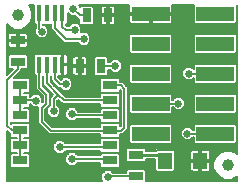
<source format=gtl>
G75*
%MOIN*%
%OFA0B0*%
%FSLAX25Y25*%
%IPPOS*%
%LPD*%
%AMOC8*
5,1,8,0,0,1.08239X$1,22.5*
%
%ADD10R,0.03150X0.04724*%
%ADD11R,0.05000X0.02992*%
%ADD12R,0.12500X0.05000*%
%ADD13R,0.04724X0.05512*%
%ADD14R,0.04724X0.03150*%
%ADD15C,0.03937*%
%ADD16R,0.01700X0.05600*%
%ADD17C,0.02600*%
%ADD18C,0.00600*%
%ADD19C,0.01000*%
D10*
X0027657Y0042050D03*
X0034743Y0042050D03*
X0037043Y0058950D03*
X0029957Y0058950D03*
D11*
X0037763Y0035619D03*
X0037763Y0030619D03*
X0037763Y0025619D03*
X0037763Y0020619D03*
X0037763Y0015619D03*
X0037763Y0010619D03*
X0007763Y0010619D03*
X0007763Y0015619D03*
X0007763Y0020619D03*
X0007763Y0025619D03*
X0007763Y0030619D03*
X0007763Y0035619D03*
D12*
X0051300Y0039450D03*
X0051300Y0029450D03*
X0051300Y0019450D03*
X0072800Y0019450D03*
X0072800Y0029450D03*
X0072800Y0039450D03*
X0072800Y0049450D03*
X0072800Y0059450D03*
X0051300Y0059450D03*
X0051300Y0049450D03*
D13*
X0055994Y0010450D03*
X0067806Y0010450D03*
D14*
X0046400Y0012393D03*
X0046400Y0005307D03*
X0007000Y0043507D03*
X0007000Y0050593D03*
D15*
X0007000Y0059050D03*
X0077000Y0009050D03*
D16*
X0021839Y0042500D03*
X0019280Y0042500D03*
X0016720Y0042500D03*
X0014161Y0042500D03*
X0014161Y0059600D03*
X0016720Y0059600D03*
X0019280Y0059600D03*
X0021839Y0059600D03*
D17*
X0025500Y0061050D03*
X0026000Y0054050D03*
X0029000Y0051050D03*
X0039500Y0042050D03*
X0023000Y0036050D03*
X0013000Y0030550D03*
X0019000Y0027050D03*
X0025000Y0026050D03*
X0021000Y0015050D03*
X0025000Y0011050D03*
X0037000Y0005050D03*
X0063500Y0019550D03*
X0060500Y0029550D03*
X0064000Y0039550D03*
X0015000Y0053550D03*
D18*
X0003300Y0020553D02*
X0003300Y0003850D01*
X0035089Y0003850D01*
X0034800Y0004139D01*
X0034800Y0005961D01*
X0036089Y0007250D01*
X0037911Y0007250D01*
X0038655Y0006507D01*
X0043138Y0006507D01*
X0043138Y0007254D01*
X0043665Y0007781D01*
X0049135Y0007781D01*
X0049662Y0007254D01*
X0049662Y0003850D01*
X0080200Y0003850D01*
X0080200Y0005409D01*
X0079740Y0004949D01*
X0077962Y0004213D01*
X0076038Y0004213D01*
X0074260Y0004949D01*
X0072899Y0006310D01*
X0072163Y0008088D01*
X0072163Y0010012D01*
X0072899Y0011790D01*
X0074260Y0013151D01*
X0076038Y0013887D01*
X0077962Y0013887D01*
X0079740Y0013151D01*
X0080200Y0012691D01*
X0080200Y0062250D01*
X0079950Y0062250D01*
X0079950Y0056577D01*
X0079423Y0056050D01*
X0066177Y0056050D01*
X0065650Y0056577D01*
X0065650Y0062250D01*
X0058400Y0062250D01*
X0058450Y0062129D01*
X0058450Y0059750D01*
X0051600Y0059750D01*
X0051600Y0059150D01*
X0058450Y0059150D01*
X0058450Y0056771D01*
X0058313Y0056440D01*
X0058060Y0056187D01*
X0057729Y0056050D01*
X0051600Y0056050D01*
X0051600Y0059150D01*
X0051000Y0059150D01*
X0051000Y0056050D01*
X0044871Y0056050D01*
X0044540Y0056187D01*
X0044287Y0056440D01*
X0044150Y0056771D01*
X0044150Y0059150D01*
X0051000Y0059150D01*
X0051000Y0059750D01*
X0044150Y0059750D01*
X0044150Y0062129D01*
X0044200Y0062250D01*
X0027411Y0062250D01*
X0027700Y0061961D01*
X0027700Y0061903D01*
X0028009Y0062212D01*
X0031904Y0062212D01*
X0032431Y0061685D01*
X0032431Y0056215D01*
X0031904Y0055688D01*
X0028009Y0055688D01*
X0027482Y0056215D01*
X0027482Y0057750D01*
X0027103Y0057750D01*
X0026003Y0058850D01*
X0024589Y0058850D01*
X0023589Y0059850D01*
X0023589Y0056427D01*
X0023061Y0055900D01*
X0023039Y0055900D01*
X0023039Y0055708D01*
X0023497Y0055250D01*
X0024089Y0055250D01*
X0025089Y0056250D01*
X0026911Y0056250D01*
X0028200Y0054961D01*
X0028200Y0053250D01*
X0029911Y0053250D01*
X0031200Y0051961D01*
X0031200Y0050139D01*
X0029911Y0048850D01*
X0028089Y0048850D01*
X0027089Y0049850D01*
X0022503Y0049850D01*
X0021800Y0050553D01*
X0018080Y0054273D01*
X0018080Y0055900D01*
X0018057Y0055900D01*
X0018000Y0055957D01*
X0017943Y0055900D01*
X0015498Y0055900D01*
X0015441Y0055957D01*
X0015384Y0055900D01*
X0015361Y0055900D01*
X0015361Y0055750D01*
X0015911Y0055750D01*
X0017200Y0054461D01*
X0017200Y0052639D01*
X0015911Y0051350D01*
X0014089Y0051350D01*
X0012800Y0052639D01*
X0012800Y0054461D01*
X0012961Y0054623D01*
X0012961Y0055900D01*
X0012939Y0055900D01*
X0012411Y0056427D01*
X0012411Y0062250D01*
X0010641Y0062250D01*
X0011101Y0061790D01*
X0011837Y0060012D01*
X0011837Y0058088D01*
X0011101Y0056310D01*
X0009740Y0054949D01*
X0007962Y0054213D01*
X0006038Y0054213D01*
X0004260Y0054949D01*
X0003300Y0055909D01*
X0003300Y0039047D01*
X0005285Y0041032D01*
X0004265Y0041032D01*
X0003738Y0041559D01*
X0003738Y0045454D01*
X0004265Y0045981D01*
X0009735Y0045981D01*
X0010262Y0045454D01*
X0010262Y0041559D01*
X0009735Y0041032D01*
X0008200Y0041032D01*
X0008200Y0040553D01*
X0005662Y0038015D01*
X0010636Y0038015D01*
X0011163Y0037487D01*
X0011163Y0033750D01*
X0010636Y0033222D01*
X0008963Y0033222D01*
X0008963Y0033015D01*
X0010636Y0033015D01*
X0011163Y0032487D01*
X0011163Y0031824D01*
X0012089Y0032750D01*
X0013911Y0032750D01*
X0015200Y0031461D01*
X0015200Y0029947D01*
X0015300Y0030047D01*
X0015300Y0032053D01*
X0012961Y0034392D01*
X0012961Y0038800D01*
X0012939Y0038800D01*
X0012411Y0039327D01*
X0012411Y0045673D01*
X0012939Y0046200D01*
X0015384Y0046200D01*
X0015441Y0046143D01*
X0015498Y0046200D01*
X0017943Y0046200D01*
X0018000Y0046143D01*
X0018057Y0046200D01*
X0020502Y0046200D01*
X0020592Y0046110D01*
X0020810Y0046200D01*
X0021714Y0046200D01*
X0021714Y0042625D01*
X0021964Y0042625D01*
X0023589Y0042625D01*
X0023589Y0045479D01*
X0023452Y0045810D01*
X0023198Y0046063D01*
X0022868Y0046200D01*
X0021964Y0046200D01*
X0021964Y0042625D01*
X0021964Y0042375D01*
X0023589Y0042375D01*
X0023589Y0039521D01*
X0023452Y0039190D01*
X0023198Y0038937D01*
X0022868Y0038800D01*
X0021964Y0038800D01*
X0021964Y0042375D01*
X0021714Y0042375D01*
X0021714Y0038800D01*
X0020810Y0038800D01*
X0020592Y0038890D01*
X0020502Y0038800D01*
X0020479Y0038800D01*
X0020479Y0038268D01*
X0021293Y0037454D01*
X0022089Y0038250D01*
X0023911Y0038250D01*
X0025200Y0036961D01*
X0025200Y0035139D01*
X0023911Y0033850D01*
X0022089Y0033850D01*
X0021089Y0034850D01*
X0020503Y0034850D01*
X0018782Y0036570D01*
X0018080Y0037273D01*
X0018080Y0038800D01*
X0018057Y0038800D01*
X0018000Y0038857D01*
X0017943Y0038800D01*
X0017920Y0038800D01*
X0017920Y0036827D01*
X0020997Y0033750D01*
X0021700Y0033047D01*
X0022929Y0031818D01*
X0034363Y0031818D01*
X0034363Y0032487D01*
X0034890Y0033015D01*
X0040636Y0033015D01*
X0041163Y0032487D01*
X0041163Y0028750D01*
X0040636Y0028222D01*
X0034890Y0028222D01*
X0034363Y0028750D01*
X0034363Y0029419D01*
X0021934Y0029419D01*
X0020500Y0030853D01*
X0020200Y0030553D01*
X0020200Y0028961D01*
X0021200Y0027961D01*
X0021200Y0026139D01*
X0019911Y0024850D01*
X0018089Y0024850D01*
X0016800Y0026139D01*
X0016800Y0027961D01*
X0017800Y0028961D01*
X0017800Y0031547D01*
X0018803Y0032550D01*
X0016223Y0035130D01*
X0015520Y0035832D01*
X0015520Y0038800D01*
X0015498Y0038800D01*
X0015441Y0038857D01*
X0015384Y0038800D01*
X0015361Y0038800D01*
X0015361Y0035386D01*
X0016997Y0033750D01*
X0017700Y0033047D01*
X0017700Y0029053D01*
X0016200Y0027553D01*
X0016200Y0024047D01*
X0018497Y0021750D01*
X0034363Y0021750D01*
X0034363Y0022487D01*
X0034890Y0023015D01*
X0040636Y0023015D01*
X0041163Y0022487D01*
X0041163Y0021910D01*
X0041300Y0022047D01*
X0041300Y0034053D01*
X0041163Y0034190D01*
X0041163Y0033750D01*
X0040636Y0033222D01*
X0034890Y0033222D01*
X0034363Y0033750D01*
X0034363Y0037487D01*
X0034890Y0038015D01*
X0040636Y0038015D01*
X0041163Y0037487D01*
X0041163Y0036818D01*
X0041929Y0036818D01*
X0042997Y0035750D01*
X0043700Y0035047D01*
X0043700Y0021053D01*
X0042700Y0020053D01*
X0041997Y0019350D01*
X0041163Y0019350D01*
X0041163Y0018750D01*
X0040636Y0018222D01*
X0034890Y0018222D01*
X0034363Y0018750D01*
X0034363Y0019350D01*
X0017503Y0019350D01*
X0016800Y0020053D01*
X0013800Y0023053D01*
X0013800Y0028350D01*
X0012089Y0028350D01*
X0011163Y0029276D01*
X0011163Y0028750D01*
X0010636Y0028222D01*
X0008963Y0028222D01*
X0008963Y0028015D01*
X0010636Y0028015D01*
X0011163Y0027487D01*
X0011163Y0023750D01*
X0010636Y0023222D01*
X0004890Y0023222D01*
X0004700Y0023413D01*
X0004700Y0022824D01*
X0004890Y0023015D01*
X0010636Y0023015D01*
X0011163Y0022487D01*
X0011163Y0018750D01*
X0010636Y0018222D01*
X0008963Y0018222D01*
X0008963Y0018015D01*
X0010636Y0018015D01*
X0011163Y0017487D01*
X0011163Y0013750D01*
X0010636Y0013222D01*
X0008963Y0013222D01*
X0008963Y0013015D01*
X0010636Y0013015D01*
X0011163Y0012487D01*
X0011163Y0008750D01*
X0010636Y0008222D01*
X0004890Y0008222D01*
X0004363Y0008750D01*
X0004363Y0012487D01*
X0004890Y0013015D01*
X0006563Y0013015D01*
X0006563Y0013222D01*
X0004890Y0013222D01*
X0004363Y0013750D01*
X0004363Y0017487D01*
X0004890Y0018015D01*
X0006563Y0018015D01*
X0006563Y0018222D01*
X0004890Y0018222D01*
X0004363Y0018750D01*
X0004363Y0019490D01*
X0003300Y0020553D01*
X0003300Y0020005D02*
X0003848Y0020005D01*
X0004363Y0019407D02*
X0003300Y0019407D01*
X0003300Y0018808D02*
X0004363Y0018808D01*
X0003300Y0018210D02*
X0006563Y0018210D01*
X0004487Y0017611D02*
X0003300Y0017611D01*
X0003300Y0017013D02*
X0004363Y0017013D01*
X0004363Y0016414D02*
X0003300Y0016414D01*
X0003300Y0015816D02*
X0004363Y0015816D01*
X0004363Y0015217D02*
X0003300Y0015217D01*
X0003300Y0014619D02*
X0004363Y0014619D01*
X0004363Y0014020D02*
X0003300Y0014020D01*
X0003300Y0013422D02*
X0004691Y0013422D01*
X0004699Y0012823D02*
X0003300Y0012823D01*
X0003300Y0012225D02*
X0004363Y0012225D01*
X0004363Y0011626D02*
X0003300Y0011626D01*
X0003300Y0011028D02*
X0004363Y0011028D01*
X0004363Y0010429D02*
X0003300Y0010429D01*
X0003300Y0009831D02*
X0004363Y0009831D01*
X0004363Y0009232D02*
X0003300Y0009232D01*
X0003300Y0008634D02*
X0004479Y0008634D01*
X0003300Y0008035D02*
X0052732Y0008035D01*
X0052732Y0007437D02*
X0049480Y0007437D01*
X0049662Y0006838D02*
X0053215Y0006838D01*
X0053259Y0006794D02*
X0058729Y0006794D01*
X0059257Y0007321D01*
X0059257Y0013579D01*
X0058729Y0014106D01*
X0053259Y0014106D01*
X0052947Y0013793D01*
X0049662Y0013793D01*
X0049662Y0014341D01*
X0049135Y0014868D01*
X0043665Y0014868D01*
X0043138Y0014341D01*
X0043138Y0010446D01*
X0043665Y0009919D01*
X0049135Y0009919D01*
X0049662Y0010446D01*
X0049662Y0010993D01*
X0052732Y0010993D01*
X0052732Y0007321D01*
X0053259Y0006794D01*
X0052732Y0008634D02*
X0041047Y0008634D01*
X0041163Y0008750D02*
X0041163Y0012487D01*
X0040636Y0013015D01*
X0034890Y0013015D01*
X0034363Y0012487D01*
X0034363Y0012250D01*
X0026911Y0012250D01*
X0025911Y0013250D01*
X0024089Y0013250D01*
X0022800Y0011961D01*
X0022800Y0010139D01*
X0024089Y0008850D01*
X0025911Y0008850D01*
X0026911Y0009850D01*
X0034363Y0009850D01*
X0034363Y0008750D01*
X0034890Y0008222D01*
X0040636Y0008222D01*
X0041163Y0008750D01*
X0041163Y0009232D02*
X0052732Y0009232D01*
X0052732Y0009831D02*
X0041163Y0009831D01*
X0041163Y0010429D02*
X0043154Y0010429D01*
X0043138Y0011028D02*
X0041163Y0011028D01*
X0041163Y0011626D02*
X0043138Y0011626D01*
X0043138Y0012225D02*
X0041163Y0012225D01*
X0040827Y0012823D02*
X0043138Y0012823D01*
X0043138Y0013422D02*
X0040835Y0013422D01*
X0040636Y0013222D02*
X0041163Y0013750D01*
X0041163Y0017487D01*
X0040636Y0018015D01*
X0034890Y0018015D01*
X0034363Y0017487D01*
X0034363Y0016250D01*
X0022911Y0016250D01*
X0021911Y0017250D01*
X0020089Y0017250D01*
X0018800Y0015961D01*
X0018800Y0014139D01*
X0020089Y0012850D01*
X0021911Y0012850D01*
X0022911Y0013850D01*
X0034363Y0013850D01*
X0034363Y0013750D01*
X0034890Y0013222D01*
X0040636Y0013222D01*
X0041163Y0014020D02*
X0043138Y0014020D01*
X0043416Y0014619D02*
X0041163Y0014619D01*
X0041163Y0015217D02*
X0080200Y0015217D01*
X0080200Y0014619D02*
X0049384Y0014619D01*
X0049662Y0014020D02*
X0053174Y0014020D01*
X0052732Y0010429D02*
X0049646Y0010429D01*
X0049662Y0006240D02*
X0072970Y0006240D01*
X0072681Y0006838D02*
X0070453Y0006838D01*
X0070347Y0006794D02*
X0070678Y0006931D01*
X0070931Y0007184D01*
X0071068Y0007515D01*
X0071068Y0010150D01*
X0068106Y0010150D01*
X0068106Y0010750D01*
X0071068Y0010750D01*
X0071068Y0013385D01*
X0070931Y0013716D01*
X0070678Y0013969D01*
X0070347Y0014106D01*
X0068105Y0014106D01*
X0068105Y0010750D01*
X0067506Y0010750D01*
X0067506Y0014106D01*
X0065264Y0014106D01*
X0064933Y0013969D01*
X0064680Y0013716D01*
X0064543Y0013385D01*
X0064543Y0010750D01*
X0067505Y0010750D01*
X0067505Y0010150D01*
X0064543Y0010150D01*
X0064543Y0007515D01*
X0064680Y0007184D01*
X0064933Y0006931D01*
X0065264Y0006794D01*
X0067506Y0006794D01*
X0067506Y0010150D01*
X0068105Y0010150D01*
X0068105Y0006794D01*
X0070347Y0006794D01*
X0071035Y0007437D02*
X0072433Y0007437D01*
X0072185Y0008035D02*
X0071068Y0008035D01*
X0071068Y0008634D02*
X0072163Y0008634D01*
X0072163Y0009232D02*
X0071068Y0009232D01*
X0071068Y0009831D02*
X0072163Y0009831D01*
X0072336Y0010429D02*
X0068106Y0010429D01*
X0068105Y0009831D02*
X0067506Y0009831D01*
X0067505Y0010429D02*
X0059257Y0010429D01*
X0059257Y0009831D02*
X0064543Y0009831D01*
X0064543Y0009232D02*
X0059257Y0009232D01*
X0059257Y0008634D02*
X0064543Y0008634D01*
X0064543Y0008035D02*
X0059257Y0008035D01*
X0059257Y0007437D02*
X0064576Y0007437D01*
X0065158Y0006838D02*
X0058773Y0006838D01*
X0059257Y0011028D02*
X0064543Y0011028D01*
X0064543Y0011626D02*
X0059257Y0011626D01*
X0059257Y0012225D02*
X0064543Y0012225D01*
X0064543Y0012823D02*
X0059257Y0012823D01*
X0059257Y0013422D02*
X0064559Y0013422D01*
X0065057Y0014020D02*
X0058815Y0014020D01*
X0057923Y0016050D02*
X0058450Y0016577D01*
X0058450Y0022323D01*
X0057923Y0022850D01*
X0044677Y0022850D01*
X0044150Y0022323D01*
X0044150Y0016577D01*
X0044677Y0016050D01*
X0057923Y0016050D01*
X0058287Y0016414D02*
X0065813Y0016414D01*
X0065650Y0016577D02*
X0066177Y0016050D01*
X0079423Y0016050D01*
X0079950Y0016577D01*
X0079950Y0022323D01*
X0079423Y0022850D01*
X0066177Y0022850D01*
X0065650Y0022323D01*
X0065650Y0020750D01*
X0065411Y0020750D01*
X0064411Y0021750D01*
X0062589Y0021750D01*
X0061300Y0020461D01*
X0061300Y0018639D01*
X0062589Y0017350D01*
X0064411Y0017350D01*
X0065411Y0018350D01*
X0065650Y0018350D01*
X0065650Y0016577D01*
X0065650Y0017013D02*
X0058450Y0017013D01*
X0058450Y0017611D02*
X0062327Y0017611D01*
X0061729Y0018210D02*
X0058450Y0018210D01*
X0058450Y0018808D02*
X0061300Y0018808D01*
X0061300Y0019407D02*
X0058450Y0019407D01*
X0058450Y0020005D02*
X0061300Y0020005D01*
X0061443Y0020604D02*
X0058450Y0020604D01*
X0058450Y0021202D02*
X0062041Y0021202D01*
X0063500Y0019550D02*
X0072700Y0019550D01*
X0072800Y0019450D01*
X0065727Y0022399D02*
X0058373Y0022399D01*
X0058450Y0021801D02*
X0065650Y0021801D01*
X0065650Y0021202D02*
X0064959Y0021202D01*
X0065271Y0018210D02*
X0065650Y0018210D01*
X0065650Y0017611D02*
X0064673Y0017611D01*
X0067506Y0014020D02*
X0068105Y0014020D01*
X0068105Y0013422D02*
X0067506Y0013422D01*
X0067506Y0012823D02*
X0068105Y0012823D01*
X0068105Y0012225D02*
X0067506Y0012225D01*
X0067506Y0011626D02*
X0068105Y0011626D01*
X0068105Y0011028D02*
X0067506Y0011028D01*
X0067506Y0009232D02*
X0068105Y0009232D01*
X0068105Y0008634D02*
X0067506Y0008634D01*
X0067506Y0008035D02*
X0068105Y0008035D01*
X0068105Y0007437D02*
X0067506Y0007437D01*
X0067506Y0006838D02*
X0068105Y0006838D01*
X0071068Y0011028D02*
X0072584Y0011028D01*
X0072832Y0011626D02*
X0071068Y0011626D01*
X0071068Y0012225D02*
X0073334Y0012225D01*
X0073933Y0012823D02*
X0071068Y0012823D01*
X0071052Y0013422D02*
X0074915Y0013422D01*
X0079085Y0013422D02*
X0080200Y0013422D01*
X0080200Y0014020D02*
X0070554Y0014020D01*
X0079787Y0016414D02*
X0080200Y0016414D01*
X0080200Y0015816D02*
X0041163Y0015816D01*
X0041163Y0016414D02*
X0044313Y0016414D01*
X0044150Y0017013D02*
X0041163Y0017013D01*
X0041039Y0017611D02*
X0044150Y0017611D01*
X0044150Y0018210D02*
X0008963Y0018210D01*
X0011039Y0017611D02*
X0034487Y0017611D01*
X0034363Y0017013D02*
X0022148Y0017013D01*
X0022747Y0016414D02*
X0034363Y0016414D01*
X0037194Y0015050D02*
X0021000Y0015050D01*
X0022483Y0013422D02*
X0034691Y0013422D01*
X0034699Y0012823D02*
X0026338Y0012823D01*
X0025000Y0011050D02*
X0037331Y0011050D01*
X0037763Y0010619D01*
X0034363Y0009831D02*
X0026892Y0009831D01*
X0026293Y0009232D02*
X0034363Y0009232D01*
X0034479Y0008634D02*
X0011047Y0008634D01*
X0011163Y0009232D02*
X0023707Y0009232D01*
X0023108Y0009831D02*
X0011163Y0009831D01*
X0011163Y0010429D02*
X0022800Y0010429D01*
X0022800Y0011028D02*
X0011163Y0011028D01*
X0011163Y0011626D02*
X0022800Y0011626D01*
X0023063Y0012225D02*
X0011163Y0012225D01*
X0010827Y0012823D02*
X0023662Y0012823D01*
X0019517Y0013422D02*
X0010835Y0013422D01*
X0011163Y0014020D02*
X0018918Y0014020D01*
X0018800Y0014619D02*
X0011163Y0014619D01*
X0011163Y0015217D02*
X0018800Y0015217D01*
X0018800Y0015816D02*
X0011163Y0015816D01*
X0011163Y0016414D02*
X0019253Y0016414D01*
X0019852Y0017013D02*
X0011163Y0017013D01*
X0011163Y0018808D02*
X0034363Y0018808D01*
X0034363Y0021801D02*
X0018446Y0021801D01*
X0017848Y0022399D02*
X0034363Y0022399D01*
X0034874Y0022998D02*
X0017249Y0022998D01*
X0016651Y0023596D02*
X0034516Y0023596D01*
X0034363Y0023750D02*
X0034890Y0023222D01*
X0040636Y0023222D01*
X0041163Y0023750D01*
X0041163Y0027487D01*
X0040636Y0028015D01*
X0034890Y0028015D01*
X0034363Y0027487D01*
X0034363Y0026818D01*
X0027200Y0026818D01*
X0027200Y0026961D01*
X0025911Y0028250D01*
X0024089Y0028250D01*
X0022800Y0026961D01*
X0022800Y0025139D01*
X0024089Y0023850D01*
X0025911Y0023850D01*
X0026480Y0024419D01*
X0034363Y0024419D01*
X0034363Y0023750D01*
X0034363Y0024195D02*
X0026256Y0024195D01*
X0025431Y0025619D02*
X0025000Y0026050D01*
X0025431Y0025619D02*
X0037763Y0025619D01*
X0041163Y0025392D02*
X0041300Y0025392D01*
X0041300Y0025990D02*
X0041163Y0025990D01*
X0041163Y0026589D02*
X0041300Y0026589D01*
X0041300Y0027187D02*
X0041163Y0027187D01*
X0041300Y0027786D02*
X0040864Y0027786D01*
X0040798Y0028384D02*
X0041300Y0028384D01*
X0041300Y0028983D02*
X0041163Y0028983D01*
X0041163Y0029582D02*
X0041300Y0029582D01*
X0041300Y0030180D02*
X0041163Y0030180D01*
X0041163Y0030779D02*
X0041300Y0030779D01*
X0041300Y0031377D02*
X0041163Y0031377D01*
X0041163Y0031976D02*
X0041300Y0031976D01*
X0041300Y0032574D02*
X0041076Y0032574D01*
X0041300Y0033173D02*
X0021574Y0033173D01*
X0020976Y0033771D02*
X0034363Y0033771D01*
X0034363Y0034370D02*
X0024431Y0034370D01*
X0025029Y0034968D02*
X0034363Y0034968D01*
X0034363Y0035567D02*
X0025200Y0035567D01*
X0025200Y0036165D02*
X0034363Y0036165D01*
X0034363Y0036764D02*
X0025200Y0036764D01*
X0024799Y0037362D02*
X0034363Y0037362D01*
X0034836Y0037961D02*
X0024201Y0037961D01*
X0025319Y0039178D02*
X0025572Y0038925D01*
X0025903Y0038788D01*
X0027357Y0038788D01*
X0027357Y0041750D01*
X0027957Y0041750D01*
X0027957Y0042350D01*
X0030131Y0042350D01*
X0030131Y0044591D01*
X0029994Y0044922D01*
X0029741Y0045175D01*
X0029411Y0045312D01*
X0027957Y0045312D01*
X0027957Y0042350D01*
X0027357Y0042350D01*
X0027357Y0045312D01*
X0025903Y0045312D01*
X0025572Y0045175D01*
X0025319Y0044922D01*
X0025182Y0044591D01*
X0025182Y0042350D01*
X0027357Y0042350D01*
X0027357Y0041750D01*
X0025182Y0041750D01*
X0025182Y0039509D01*
X0025319Y0039178D01*
X0025339Y0039158D02*
X0023419Y0039158D01*
X0023589Y0039756D02*
X0025182Y0039756D01*
X0025182Y0040355D02*
X0023589Y0040355D01*
X0023589Y0040953D02*
X0025182Y0040953D01*
X0025182Y0041552D02*
X0023589Y0041552D01*
X0023589Y0042150D02*
X0027357Y0042150D01*
X0027357Y0041552D02*
X0027957Y0041552D01*
X0027957Y0041750D02*
X0027957Y0038788D01*
X0029411Y0038788D01*
X0029741Y0038925D01*
X0029994Y0039178D01*
X0030131Y0039509D01*
X0030131Y0041750D01*
X0027957Y0041750D01*
X0027957Y0042150D02*
X0032269Y0042150D01*
X0032269Y0041552D02*
X0030131Y0041552D01*
X0030131Y0040953D02*
X0032269Y0040953D01*
X0032269Y0040355D02*
X0030131Y0040355D01*
X0030131Y0039756D02*
X0032269Y0039756D01*
X0032269Y0039315D02*
X0032796Y0038788D01*
X0036691Y0038788D01*
X0037218Y0039315D01*
X0037218Y0040850D01*
X0037589Y0040850D01*
X0038589Y0039850D01*
X0040411Y0039850D01*
X0041700Y0041139D01*
X0041700Y0042961D01*
X0040411Y0044250D01*
X0038589Y0044250D01*
X0037589Y0043250D01*
X0037218Y0043250D01*
X0037218Y0044785D01*
X0036691Y0045312D01*
X0032796Y0045312D01*
X0032269Y0044785D01*
X0032269Y0039315D01*
X0032426Y0039158D02*
X0029974Y0039158D01*
X0027957Y0039158D02*
X0027357Y0039158D01*
X0027357Y0039756D02*
X0027957Y0039756D01*
X0027957Y0040355D02*
X0027357Y0040355D01*
X0027357Y0040953D02*
X0027957Y0040953D01*
X0027957Y0042749D02*
X0027357Y0042749D01*
X0027357Y0043347D02*
X0027957Y0043347D01*
X0027957Y0043946D02*
X0027357Y0043946D01*
X0027357Y0044544D02*
X0027957Y0044544D01*
X0027957Y0045143D02*
X0027357Y0045143D01*
X0025540Y0045143D02*
X0023589Y0045143D01*
X0023589Y0044544D02*
X0025182Y0044544D01*
X0025182Y0043946D02*
X0023589Y0043946D01*
X0023589Y0043347D02*
X0025182Y0043347D01*
X0025182Y0042749D02*
X0023589Y0042749D01*
X0021964Y0042749D02*
X0021714Y0042749D01*
X0021714Y0043347D02*
X0021964Y0043347D01*
X0021964Y0043946D02*
X0021714Y0043946D01*
X0021714Y0044544D02*
X0021964Y0044544D01*
X0021964Y0045143D02*
X0021714Y0045143D01*
X0021714Y0045741D02*
X0021964Y0045741D01*
X0023480Y0045741D02*
X0080200Y0045741D01*
X0080200Y0045143D02*
X0036860Y0045143D01*
X0037218Y0044544D02*
X0080200Y0044544D01*
X0080200Y0043946D02*
X0040715Y0043946D01*
X0041314Y0043347D02*
X0080200Y0043347D01*
X0080200Y0042749D02*
X0079524Y0042749D01*
X0079423Y0042850D02*
X0079950Y0042323D01*
X0079950Y0036577D01*
X0079423Y0036050D01*
X0066177Y0036050D01*
X0065650Y0036577D01*
X0065650Y0038089D01*
X0064911Y0037350D01*
X0063089Y0037350D01*
X0061800Y0038639D01*
X0061800Y0040461D01*
X0063089Y0041750D01*
X0064911Y0041750D01*
X0065650Y0041011D01*
X0065650Y0042323D01*
X0066177Y0042850D01*
X0079423Y0042850D01*
X0079950Y0042150D02*
X0080200Y0042150D01*
X0080200Y0041552D02*
X0079950Y0041552D01*
X0079950Y0040953D02*
X0080200Y0040953D01*
X0080200Y0040355D02*
X0079950Y0040355D01*
X0079950Y0039756D02*
X0080200Y0039756D01*
X0080200Y0039158D02*
X0079950Y0039158D01*
X0079950Y0038559D02*
X0080200Y0038559D01*
X0080200Y0037961D02*
X0079950Y0037961D01*
X0079950Y0037362D02*
X0080200Y0037362D01*
X0080200Y0036764D02*
X0079950Y0036764D01*
X0080200Y0036165D02*
X0079538Y0036165D01*
X0080200Y0035567D02*
X0043180Y0035567D01*
X0043700Y0034968D02*
X0080200Y0034968D01*
X0080200Y0034370D02*
X0043700Y0034370D01*
X0043700Y0033771D02*
X0080200Y0033771D01*
X0080200Y0033173D02*
X0043700Y0033173D01*
X0043700Y0032574D02*
X0044401Y0032574D01*
X0044150Y0032323D02*
X0044677Y0032850D01*
X0057923Y0032850D01*
X0058450Y0032323D01*
X0058450Y0030650D01*
X0058489Y0030650D01*
X0059589Y0031750D01*
X0061411Y0031750D01*
X0062700Y0030461D01*
X0062700Y0028639D01*
X0061411Y0027350D01*
X0059589Y0027350D01*
X0058689Y0028250D01*
X0058450Y0028250D01*
X0058450Y0026577D01*
X0057923Y0026050D01*
X0044677Y0026050D01*
X0044150Y0026577D01*
X0044150Y0032323D01*
X0044150Y0031976D02*
X0043700Y0031976D01*
X0043700Y0031377D02*
X0044150Y0031377D01*
X0044150Y0030779D02*
X0043700Y0030779D01*
X0043700Y0030180D02*
X0044150Y0030180D01*
X0044150Y0029582D02*
X0043700Y0029582D01*
X0043700Y0028983D02*
X0044150Y0028983D01*
X0044150Y0028384D02*
X0043700Y0028384D01*
X0043700Y0027786D02*
X0044150Y0027786D01*
X0044150Y0027187D02*
X0043700Y0027187D01*
X0043700Y0026589D02*
X0044150Y0026589D01*
X0043700Y0025990D02*
X0080200Y0025990D01*
X0080200Y0025392D02*
X0043700Y0025392D01*
X0043700Y0024793D02*
X0080200Y0024793D01*
X0080200Y0024195D02*
X0043700Y0024195D01*
X0043700Y0023596D02*
X0080200Y0023596D01*
X0080200Y0022998D02*
X0043700Y0022998D01*
X0043700Y0022399D02*
X0044227Y0022399D01*
X0044150Y0021801D02*
X0043700Y0021801D01*
X0043700Y0021202D02*
X0044150Y0021202D01*
X0044150Y0020604D02*
X0043251Y0020604D01*
X0042652Y0020005D02*
X0044150Y0020005D01*
X0044150Y0019407D02*
X0042054Y0019407D01*
X0041163Y0018808D02*
X0044150Y0018808D01*
X0041500Y0020550D02*
X0037831Y0020550D01*
X0037763Y0020619D01*
X0037694Y0020550D01*
X0018000Y0020550D01*
X0015000Y0023550D01*
X0015000Y0028050D01*
X0016500Y0029550D01*
X0016500Y0032550D01*
X0014161Y0034889D01*
X0014161Y0042500D01*
X0012411Y0042749D02*
X0010262Y0042749D01*
X0010262Y0043347D02*
X0012411Y0043347D01*
X0012411Y0043946D02*
X0010262Y0043946D01*
X0010262Y0044544D02*
X0012411Y0044544D01*
X0012411Y0045143D02*
X0010262Y0045143D01*
X0009975Y0045741D02*
X0012480Y0045741D01*
X0009872Y0048256D02*
X0010125Y0048509D01*
X0010262Y0048839D01*
X0010262Y0050293D01*
X0007300Y0050293D01*
X0007300Y0048119D01*
X0009541Y0048119D01*
X0009872Y0048256D01*
X0009582Y0048135D02*
X0044150Y0048135D01*
X0044150Y0047537D02*
X0003300Y0047537D01*
X0003300Y0048135D02*
X0004418Y0048135D01*
X0004459Y0048119D02*
X0004128Y0048256D01*
X0003875Y0048509D01*
X0003738Y0048839D01*
X0003738Y0050293D01*
X0006700Y0050293D01*
X0007300Y0050293D01*
X0007300Y0050893D01*
X0010262Y0050893D01*
X0010262Y0052347D01*
X0010125Y0052678D01*
X0009872Y0052931D01*
X0009541Y0053068D01*
X0007300Y0053068D01*
X0007300Y0050893D01*
X0006700Y0050893D01*
X0006700Y0050293D01*
X0006700Y0048119D01*
X0004459Y0048119D01*
X0003782Y0048734D02*
X0003300Y0048734D01*
X0003300Y0049332D02*
X0003738Y0049332D01*
X0003738Y0049931D02*
X0003300Y0049931D01*
X0003300Y0050529D02*
X0006700Y0050529D01*
X0006700Y0050893D02*
X0003738Y0050893D01*
X0003738Y0052347D01*
X0003875Y0052678D01*
X0004128Y0052931D01*
X0004459Y0053068D01*
X0006700Y0053068D01*
X0006700Y0050893D01*
X0006700Y0051128D02*
X0007300Y0051128D01*
X0007300Y0051726D02*
X0006700Y0051726D01*
X0006700Y0052325D02*
X0007300Y0052325D01*
X0007300Y0052923D02*
X0006700Y0052923D01*
X0004816Y0054719D02*
X0003300Y0054719D01*
X0003300Y0054120D02*
X0012800Y0054120D01*
X0012800Y0053522D02*
X0003300Y0053522D01*
X0003300Y0052923D02*
X0004120Y0052923D01*
X0003738Y0052325D02*
X0003300Y0052325D01*
X0003300Y0051726D02*
X0003738Y0051726D01*
X0003738Y0051128D02*
X0003300Y0051128D01*
X0006700Y0049931D02*
X0007300Y0049931D01*
X0007300Y0050529D02*
X0021824Y0050529D01*
X0022422Y0049931D02*
X0010262Y0049931D01*
X0010262Y0049332D02*
X0027606Y0049332D01*
X0029000Y0051050D02*
X0023000Y0051050D01*
X0019280Y0054770D01*
X0019280Y0059600D01*
X0021839Y0059600D02*
X0021839Y0055211D01*
X0023000Y0054050D01*
X0026000Y0054050D01*
X0028200Y0054120D02*
X0080200Y0054120D01*
X0080200Y0053522D02*
X0028200Y0053522D01*
X0028200Y0054719D02*
X0080200Y0054719D01*
X0080200Y0055318D02*
X0027844Y0055318D01*
X0027781Y0055916D02*
X0027245Y0055916D01*
X0027482Y0056515D02*
X0023589Y0056515D01*
X0023589Y0057113D02*
X0027482Y0057113D01*
X0027482Y0057712D02*
X0023589Y0057712D01*
X0023589Y0058310D02*
X0026543Y0058310D01*
X0027600Y0058950D02*
X0025500Y0061050D01*
X0023932Y0059507D02*
X0023589Y0059507D01*
X0023589Y0058909D02*
X0024530Y0058909D01*
X0027600Y0058950D02*
X0029957Y0058950D01*
X0032431Y0058909D02*
X0036743Y0058909D01*
X0036743Y0058650D02*
X0036743Y0059250D01*
X0034569Y0059250D01*
X0034569Y0061491D01*
X0034706Y0061822D01*
X0034959Y0062075D01*
X0035289Y0062212D01*
X0036743Y0062212D01*
X0036743Y0059250D01*
X0037343Y0059250D01*
X0037343Y0062212D01*
X0038797Y0062212D01*
X0039128Y0062075D01*
X0039381Y0061822D01*
X0039518Y0061491D01*
X0039518Y0059250D01*
X0037343Y0059250D01*
X0037343Y0058650D01*
X0037343Y0055688D01*
X0038797Y0055688D01*
X0039128Y0055825D01*
X0039381Y0056078D01*
X0039518Y0056409D01*
X0039518Y0058650D01*
X0037343Y0058650D01*
X0036743Y0058650D01*
X0034569Y0058650D01*
X0034569Y0056409D01*
X0034706Y0056078D01*
X0034959Y0055825D01*
X0035289Y0055688D01*
X0036743Y0055688D01*
X0036743Y0058650D01*
X0036743Y0058310D02*
X0037343Y0058310D01*
X0037343Y0057712D02*
X0036743Y0057712D01*
X0036743Y0057113D02*
X0037343Y0057113D01*
X0037343Y0056515D02*
X0036743Y0056515D01*
X0036743Y0055916D02*
X0037343Y0055916D01*
X0039219Y0055916D02*
X0080200Y0055916D01*
X0080200Y0056515D02*
X0079887Y0056515D01*
X0079950Y0057113D02*
X0080200Y0057113D01*
X0080200Y0057712D02*
X0079950Y0057712D01*
X0079950Y0058310D02*
X0080200Y0058310D01*
X0080200Y0058909D02*
X0079950Y0058909D01*
X0079950Y0059507D02*
X0080200Y0059507D01*
X0080200Y0060106D02*
X0079950Y0060106D01*
X0079950Y0060704D02*
X0080200Y0060704D01*
X0080200Y0061303D02*
X0079950Y0061303D01*
X0079950Y0061901D02*
X0080200Y0061901D01*
X0080200Y0052923D02*
X0030238Y0052923D01*
X0030836Y0052325D02*
X0044152Y0052325D01*
X0044150Y0052323D02*
X0044150Y0046577D01*
X0044677Y0046050D01*
X0057923Y0046050D01*
X0058450Y0046577D01*
X0058450Y0052323D01*
X0057923Y0052850D01*
X0044677Y0052850D01*
X0044150Y0052323D01*
X0044150Y0051726D02*
X0031200Y0051726D01*
X0031200Y0051128D02*
X0044150Y0051128D01*
X0044150Y0050529D02*
X0031200Y0050529D01*
X0030992Y0049931D02*
X0044150Y0049931D01*
X0044150Y0049332D02*
X0030394Y0049332D01*
X0029774Y0045143D02*
X0032626Y0045143D01*
X0032269Y0044544D02*
X0030131Y0044544D01*
X0030131Y0043946D02*
X0032269Y0043946D01*
X0032269Y0043347D02*
X0030131Y0043347D01*
X0030131Y0042749D02*
X0032269Y0042749D01*
X0034743Y0042050D02*
X0039500Y0042050D01*
X0041700Y0042150D02*
X0044150Y0042150D01*
X0044150Y0042323D02*
X0044150Y0036577D01*
X0044677Y0036050D01*
X0057923Y0036050D01*
X0058450Y0036577D01*
X0058450Y0042323D01*
X0057923Y0042850D01*
X0044677Y0042850D01*
X0044150Y0042323D01*
X0044576Y0042749D02*
X0041700Y0042749D01*
X0041700Y0041552D02*
X0044150Y0041552D01*
X0044150Y0040953D02*
X0041515Y0040953D01*
X0040916Y0040355D02*
X0044150Y0040355D01*
X0044150Y0039756D02*
X0037218Y0039756D01*
X0037218Y0040355D02*
X0038084Y0040355D01*
X0037061Y0039158D02*
X0044150Y0039158D01*
X0044150Y0038559D02*
X0020479Y0038559D01*
X0020786Y0037961D02*
X0021799Y0037961D01*
X0021714Y0039158D02*
X0021964Y0039158D01*
X0021964Y0039756D02*
X0021714Y0039756D01*
X0021714Y0040355D02*
X0021964Y0040355D01*
X0021964Y0040953D02*
X0021714Y0040953D01*
X0021714Y0041552D02*
X0021964Y0041552D01*
X0021964Y0042150D02*
X0021714Y0042150D01*
X0019280Y0042500D02*
X0019280Y0037770D01*
X0021000Y0036050D01*
X0023000Y0036050D01*
X0021569Y0034370D02*
X0020377Y0034370D01*
X0020385Y0034968D02*
X0019779Y0034968D01*
X0019786Y0035567D02*
X0019180Y0035567D01*
X0019188Y0036165D02*
X0018582Y0036165D01*
X0018589Y0036764D02*
X0017983Y0036764D01*
X0017920Y0037362D02*
X0018080Y0037362D01*
X0018080Y0037961D02*
X0017920Y0037961D01*
X0017920Y0038559D02*
X0018080Y0038559D01*
X0015520Y0038559D02*
X0015361Y0038559D01*
X0015361Y0037961D02*
X0015520Y0037961D01*
X0015520Y0037362D02*
X0015361Y0037362D01*
X0015361Y0036764D02*
X0015520Y0036764D01*
X0015520Y0036165D02*
X0015361Y0036165D01*
X0015361Y0035567D02*
X0015786Y0035567D01*
X0015779Y0034968D02*
X0016385Y0034968D01*
X0016377Y0034370D02*
X0016983Y0034370D01*
X0016976Y0033771D02*
X0017582Y0033771D01*
X0017574Y0033173D02*
X0018180Y0033173D01*
X0017700Y0032574D02*
X0018779Y0032574D01*
X0018229Y0031976D02*
X0017700Y0031976D01*
X0017700Y0031377D02*
X0017800Y0031377D01*
X0017800Y0030779D02*
X0017700Y0030779D01*
X0017700Y0030180D02*
X0017800Y0030180D01*
X0017800Y0029582D02*
X0017700Y0029582D01*
X0017630Y0028983D02*
X0017800Y0028983D01*
X0017223Y0028384D02*
X0017032Y0028384D01*
X0016800Y0027786D02*
X0016433Y0027786D01*
X0016200Y0027187D02*
X0016800Y0027187D01*
X0016800Y0026589D02*
X0016200Y0026589D01*
X0016200Y0025990D02*
X0016948Y0025990D01*
X0017547Y0025392D02*
X0016200Y0025392D01*
X0016200Y0024793D02*
X0023145Y0024793D01*
X0022800Y0025392D02*
X0020453Y0025392D01*
X0021052Y0025990D02*
X0022800Y0025990D01*
X0022800Y0026589D02*
X0021200Y0026589D01*
X0021200Y0027187D02*
X0023026Y0027187D01*
X0023625Y0027786D02*
X0021200Y0027786D01*
X0020777Y0028384D02*
X0034728Y0028384D01*
X0034662Y0027786D02*
X0026375Y0027786D01*
X0026974Y0027187D02*
X0034363Y0027187D01*
X0034363Y0028983D02*
X0020200Y0028983D01*
X0020200Y0029582D02*
X0021771Y0029582D01*
X0021173Y0030180D02*
X0020200Y0030180D01*
X0020426Y0030779D02*
X0020574Y0030779D01*
X0019000Y0031050D02*
X0020500Y0032550D01*
X0016720Y0036330D01*
X0016720Y0042500D01*
X0012411Y0042150D02*
X0010262Y0042150D01*
X0010255Y0041552D02*
X0012411Y0041552D01*
X0012411Y0040953D02*
X0008200Y0040953D01*
X0008002Y0040355D02*
X0012411Y0040355D01*
X0012411Y0039756D02*
X0007403Y0039756D01*
X0006805Y0039158D02*
X0012581Y0039158D01*
X0012961Y0038559D02*
X0006206Y0038559D01*
X0004009Y0039756D02*
X0003300Y0039756D01*
X0003300Y0039158D02*
X0003411Y0039158D01*
X0003300Y0040355D02*
X0004608Y0040355D01*
X0005206Y0040953D02*
X0003300Y0040953D01*
X0003300Y0041552D02*
X0003745Y0041552D01*
X0003738Y0042150D02*
X0003300Y0042150D01*
X0003300Y0042749D02*
X0003738Y0042749D01*
X0003738Y0043347D02*
X0003300Y0043347D01*
X0003300Y0043946D02*
X0003738Y0043946D01*
X0003738Y0044544D02*
X0003300Y0044544D01*
X0003300Y0045143D02*
X0003738Y0045143D01*
X0004025Y0045741D02*
X0003300Y0045741D01*
X0003300Y0046340D02*
X0044387Y0046340D01*
X0044150Y0046938D02*
X0003300Y0046938D01*
X0006700Y0048135D02*
X0007300Y0048135D01*
X0007300Y0048734D02*
X0006700Y0048734D01*
X0006700Y0049332D02*
X0007300Y0049332D01*
X0010218Y0048734D02*
X0044150Y0048734D01*
X0038285Y0043946D02*
X0037218Y0043946D01*
X0037218Y0043347D02*
X0037686Y0043347D01*
X0040690Y0037961D02*
X0044150Y0037961D01*
X0044150Y0037362D02*
X0041163Y0037362D01*
X0041983Y0036764D02*
X0044150Y0036764D01*
X0044562Y0036165D02*
X0042582Y0036165D01*
X0041431Y0035619D02*
X0042500Y0034550D01*
X0042500Y0021550D01*
X0041500Y0020550D01*
X0041300Y0022399D02*
X0041163Y0022399D01*
X0041300Y0022998D02*
X0040652Y0022998D01*
X0041010Y0023596D02*
X0041300Y0023596D01*
X0041300Y0024195D02*
X0041163Y0024195D01*
X0041163Y0024793D02*
X0041300Y0024793D01*
X0037763Y0030619D02*
X0022431Y0030619D01*
X0020500Y0032550D01*
X0022173Y0032574D02*
X0034450Y0032574D01*
X0034363Y0031976D02*
X0022771Y0031976D01*
X0019000Y0031050D02*
X0019000Y0027050D01*
X0016200Y0024195D02*
X0023744Y0024195D01*
X0017446Y0019407D02*
X0011163Y0019407D01*
X0011163Y0020005D02*
X0016848Y0020005D01*
X0016249Y0020604D02*
X0011163Y0020604D01*
X0011163Y0021202D02*
X0015651Y0021202D01*
X0015052Y0021801D02*
X0011163Y0021801D01*
X0011163Y0022399D02*
X0014454Y0022399D01*
X0013855Y0022998D02*
X0010652Y0022998D01*
X0011010Y0023596D02*
X0013800Y0023596D01*
X0013800Y0024195D02*
X0011163Y0024195D01*
X0011163Y0024793D02*
X0013800Y0024793D01*
X0013800Y0025392D02*
X0011163Y0025392D01*
X0011163Y0025990D02*
X0013800Y0025990D01*
X0013800Y0026589D02*
X0011163Y0026589D01*
X0011163Y0027187D02*
X0013800Y0027187D01*
X0013800Y0027786D02*
X0010864Y0027786D01*
X0010798Y0028384D02*
X0012054Y0028384D01*
X0011456Y0028983D02*
X0011163Y0028983D01*
X0012931Y0030619D02*
X0013000Y0030550D01*
X0012931Y0030619D02*
X0007763Y0030619D01*
X0007763Y0025619D01*
X0004874Y0022998D02*
X0004700Y0022998D01*
X0003500Y0022050D02*
X0004931Y0020619D01*
X0007763Y0020619D01*
X0007763Y0015619D01*
X0007763Y0010619D01*
X0003300Y0007437D02*
X0043320Y0007437D01*
X0043138Y0006838D02*
X0038323Y0006838D01*
X0037257Y0005307D02*
X0037000Y0005050D01*
X0037257Y0005307D02*
X0046400Y0005307D01*
X0049662Y0005043D02*
X0074167Y0005043D01*
X0073568Y0005641D02*
X0049662Y0005641D01*
X0049662Y0004444D02*
X0075480Y0004444D01*
X0078520Y0004444D02*
X0080200Y0004444D01*
X0080200Y0005043D02*
X0079833Y0005043D01*
X0080067Y0012823D02*
X0080200Y0012823D01*
X0080200Y0017013D02*
X0079950Y0017013D01*
X0079950Y0017611D02*
X0080200Y0017611D01*
X0080200Y0018210D02*
X0079950Y0018210D01*
X0079950Y0018808D02*
X0080200Y0018808D01*
X0080200Y0019407D02*
X0079950Y0019407D01*
X0079950Y0020005D02*
X0080200Y0020005D01*
X0080200Y0020604D02*
X0079950Y0020604D01*
X0079950Y0021202D02*
X0080200Y0021202D01*
X0080200Y0021801D02*
X0079950Y0021801D01*
X0079873Y0022399D02*
X0080200Y0022399D01*
X0079423Y0026050D02*
X0079950Y0026577D01*
X0079950Y0032323D01*
X0079423Y0032850D01*
X0066177Y0032850D01*
X0065650Y0032323D01*
X0065650Y0026577D01*
X0066177Y0026050D01*
X0079423Y0026050D01*
X0079950Y0026589D02*
X0080200Y0026589D01*
X0080200Y0027187D02*
X0079950Y0027187D01*
X0079950Y0027786D02*
X0080200Y0027786D01*
X0080200Y0028384D02*
X0079950Y0028384D01*
X0079950Y0028983D02*
X0080200Y0028983D01*
X0080200Y0029582D02*
X0079950Y0029582D01*
X0079950Y0030180D02*
X0080200Y0030180D01*
X0080200Y0030779D02*
X0079950Y0030779D01*
X0079950Y0031377D02*
X0080200Y0031377D01*
X0080200Y0031976D02*
X0079950Y0031976D01*
X0079699Y0032574D02*
X0080200Y0032574D01*
X0072800Y0039450D02*
X0072700Y0039550D01*
X0064000Y0039550D01*
X0065522Y0037961D02*
X0065650Y0037961D01*
X0065650Y0037362D02*
X0064923Y0037362D01*
X0065650Y0036764D02*
X0058450Y0036764D01*
X0058450Y0037362D02*
X0063077Y0037362D01*
X0062478Y0037961D02*
X0058450Y0037961D01*
X0058450Y0038559D02*
X0061880Y0038559D01*
X0061800Y0039158D02*
X0058450Y0039158D01*
X0058450Y0039756D02*
X0061800Y0039756D01*
X0061800Y0040355D02*
X0058450Y0040355D01*
X0058450Y0040953D02*
X0062292Y0040953D01*
X0062890Y0041552D02*
X0058450Y0041552D01*
X0058450Y0042150D02*
X0065650Y0042150D01*
X0065650Y0041552D02*
X0065110Y0041552D01*
X0066076Y0042749D02*
X0058024Y0042749D01*
X0058213Y0046340D02*
X0065887Y0046340D01*
X0065650Y0046577D02*
X0066177Y0046050D01*
X0079423Y0046050D01*
X0079950Y0046577D01*
X0079950Y0052323D01*
X0079423Y0052850D01*
X0066177Y0052850D01*
X0065650Y0052323D01*
X0065650Y0046577D01*
X0065650Y0046938D02*
X0058450Y0046938D01*
X0058450Y0047537D02*
X0065650Y0047537D01*
X0065650Y0048135D02*
X0058450Y0048135D01*
X0058450Y0048734D02*
X0065650Y0048734D01*
X0065650Y0049332D02*
X0058450Y0049332D01*
X0058450Y0049931D02*
X0065650Y0049931D01*
X0065650Y0050529D02*
X0058450Y0050529D01*
X0058450Y0051128D02*
X0065650Y0051128D01*
X0065650Y0051726D02*
X0058450Y0051726D01*
X0058448Y0052325D02*
X0065652Y0052325D01*
X0065713Y0056515D02*
X0058344Y0056515D01*
X0058450Y0057113D02*
X0065650Y0057113D01*
X0065650Y0057712D02*
X0058450Y0057712D01*
X0058450Y0058310D02*
X0065650Y0058310D01*
X0065650Y0058909D02*
X0058450Y0058909D01*
X0058450Y0060106D02*
X0065650Y0060106D01*
X0065650Y0060704D02*
X0058450Y0060704D01*
X0058450Y0061303D02*
X0065650Y0061303D01*
X0065650Y0061901D02*
X0058450Y0061901D01*
X0051600Y0059507D02*
X0065650Y0059507D01*
X0051600Y0058909D02*
X0051000Y0058909D01*
X0051000Y0059507D02*
X0039518Y0059507D01*
X0039518Y0060106D02*
X0044150Y0060106D01*
X0044150Y0060704D02*
X0039518Y0060704D01*
X0039518Y0061303D02*
X0044150Y0061303D01*
X0044150Y0061901D02*
X0039302Y0061901D01*
X0037343Y0061901D02*
X0036743Y0061901D01*
X0036743Y0061303D02*
X0037343Y0061303D01*
X0037343Y0060704D02*
X0036743Y0060704D01*
X0036743Y0060106D02*
X0037343Y0060106D01*
X0037343Y0059507D02*
X0036743Y0059507D01*
X0037343Y0058909D02*
X0044150Y0058909D01*
X0044150Y0058310D02*
X0039518Y0058310D01*
X0039518Y0057712D02*
X0044150Y0057712D01*
X0044150Y0057113D02*
X0039518Y0057113D01*
X0039518Y0056515D02*
X0044256Y0056515D01*
X0051000Y0056515D02*
X0051600Y0056515D01*
X0051600Y0057113D02*
X0051000Y0057113D01*
X0051000Y0057712D02*
X0051600Y0057712D01*
X0051600Y0058310D02*
X0051000Y0058310D01*
X0034867Y0055916D02*
X0032133Y0055916D01*
X0032431Y0056515D02*
X0034569Y0056515D01*
X0034569Y0057113D02*
X0032431Y0057113D01*
X0032431Y0057712D02*
X0034569Y0057712D01*
X0034569Y0058310D02*
X0032431Y0058310D01*
X0032431Y0059507D02*
X0034569Y0059507D01*
X0034569Y0060106D02*
X0032431Y0060106D01*
X0032431Y0060704D02*
X0034569Y0060704D01*
X0034569Y0061303D02*
X0032431Y0061303D01*
X0032215Y0061901D02*
X0034785Y0061901D01*
X0024755Y0055916D02*
X0023077Y0055916D01*
X0023430Y0055318D02*
X0024156Y0055318D01*
X0020627Y0051726D02*
X0016288Y0051726D01*
X0016886Y0052325D02*
X0020028Y0052325D01*
X0019429Y0052923D02*
X0017200Y0052923D01*
X0017200Y0053522D02*
X0018831Y0053522D01*
X0018232Y0054120D02*
X0017200Y0054120D01*
X0016942Y0054719D02*
X0018080Y0054719D01*
X0018080Y0055318D02*
X0016344Y0055318D01*
X0015482Y0055916D02*
X0015400Y0055916D01*
X0014161Y0054389D02*
X0015000Y0053550D01*
X0014161Y0054389D02*
X0014161Y0059600D01*
X0012411Y0059507D02*
X0011837Y0059507D01*
X0011837Y0058909D02*
X0012411Y0058909D01*
X0012411Y0058310D02*
X0011837Y0058310D01*
X0011681Y0057712D02*
X0012411Y0057712D01*
X0012411Y0057113D02*
X0011433Y0057113D01*
X0011185Y0056515D02*
X0012411Y0056515D01*
X0012923Y0055916D02*
X0010707Y0055916D01*
X0010108Y0055318D02*
X0012961Y0055318D01*
X0012961Y0054719D02*
X0009184Y0054719D01*
X0009880Y0052923D02*
X0012800Y0052923D01*
X0013114Y0052325D02*
X0010262Y0052325D01*
X0010262Y0051726D02*
X0013712Y0051726D01*
X0010262Y0051128D02*
X0021225Y0051128D01*
X0018041Y0055916D02*
X0017959Y0055916D01*
X0012411Y0060106D02*
X0011798Y0060106D01*
X0011550Y0060704D02*
X0012411Y0060704D01*
X0012411Y0061303D02*
X0011302Y0061303D01*
X0010989Y0061901D02*
X0012411Y0061901D01*
X0003892Y0055318D02*
X0003300Y0055318D01*
X0007000Y0043507D02*
X0007000Y0041050D01*
X0003500Y0037550D01*
X0003500Y0022050D01*
X0007763Y0030619D02*
X0007763Y0035619D01*
X0008963Y0033173D02*
X0014180Y0033173D01*
X0014087Y0032574D02*
X0014779Y0032574D01*
X0014686Y0031976D02*
X0015300Y0031976D01*
X0015300Y0031377D02*
X0015200Y0031377D01*
X0015200Y0030779D02*
X0015300Y0030779D01*
X0015300Y0030180D02*
X0015200Y0030180D01*
X0011913Y0032574D02*
X0011076Y0032574D01*
X0011163Y0031976D02*
X0011314Y0031976D01*
X0011163Y0033771D02*
X0013582Y0033771D01*
X0012983Y0034370D02*
X0011163Y0034370D01*
X0011163Y0034968D02*
X0012961Y0034968D01*
X0012961Y0035567D02*
X0011163Y0035567D01*
X0011163Y0036165D02*
X0012961Y0036165D01*
X0012961Y0036764D02*
X0011163Y0036764D01*
X0011163Y0037362D02*
X0012961Y0037362D01*
X0012961Y0037961D02*
X0010690Y0037961D01*
X0037763Y0035619D02*
X0041431Y0035619D01*
X0041300Y0033771D02*
X0041163Y0033771D01*
X0051300Y0029450D02*
X0060400Y0029450D01*
X0060500Y0029550D01*
X0062700Y0029582D02*
X0065650Y0029582D01*
X0065650Y0030180D02*
X0062700Y0030180D01*
X0062383Y0030779D02*
X0065650Y0030779D01*
X0065650Y0031377D02*
X0061784Y0031377D01*
X0059216Y0031377D02*
X0058450Y0031377D01*
X0058450Y0030779D02*
X0058617Y0030779D01*
X0058450Y0031976D02*
X0065650Y0031976D01*
X0065901Y0032574D02*
X0058199Y0032574D01*
X0058038Y0036165D02*
X0066062Y0036165D01*
X0065650Y0028983D02*
X0062700Y0028983D01*
X0062446Y0028384D02*
X0065650Y0028384D01*
X0065650Y0027786D02*
X0061847Y0027786D01*
X0059153Y0027786D02*
X0058450Y0027786D01*
X0058450Y0027187D02*
X0065650Y0027187D01*
X0065650Y0026589D02*
X0058450Y0026589D01*
X0037763Y0015619D02*
X0037194Y0015050D01*
X0035677Y0006838D02*
X0003300Y0006838D01*
X0003300Y0006240D02*
X0035078Y0006240D01*
X0034800Y0005641D02*
X0003300Y0005641D01*
X0003300Y0005043D02*
X0034800Y0005043D01*
X0034800Y0004444D02*
X0003300Y0004444D01*
X0079713Y0046340D02*
X0080200Y0046340D01*
X0080200Y0046938D02*
X0079950Y0046938D01*
X0079950Y0047537D02*
X0080200Y0047537D01*
X0080200Y0048135D02*
X0079950Y0048135D01*
X0079950Y0048734D02*
X0080200Y0048734D01*
X0080200Y0049332D02*
X0079950Y0049332D01*
X0079950Y0049931D02*
X0080200Y0049931D01*
X0080200Y0050529D02*
X0079950Y0050529D01*
X0079950Y0051128D02*
X0080200Y0051128D01*
X0080200Y0051726D02*
X0079950Y0051726D01*
X0079948Y0052325D02*
X0080200Y0052325D01*
D19*
X0054051Y0012393D02*
X0046400Y0012393D01*
X0054051Y0012393D02*
X0055994Y0010450D01*
M02*

</source>
